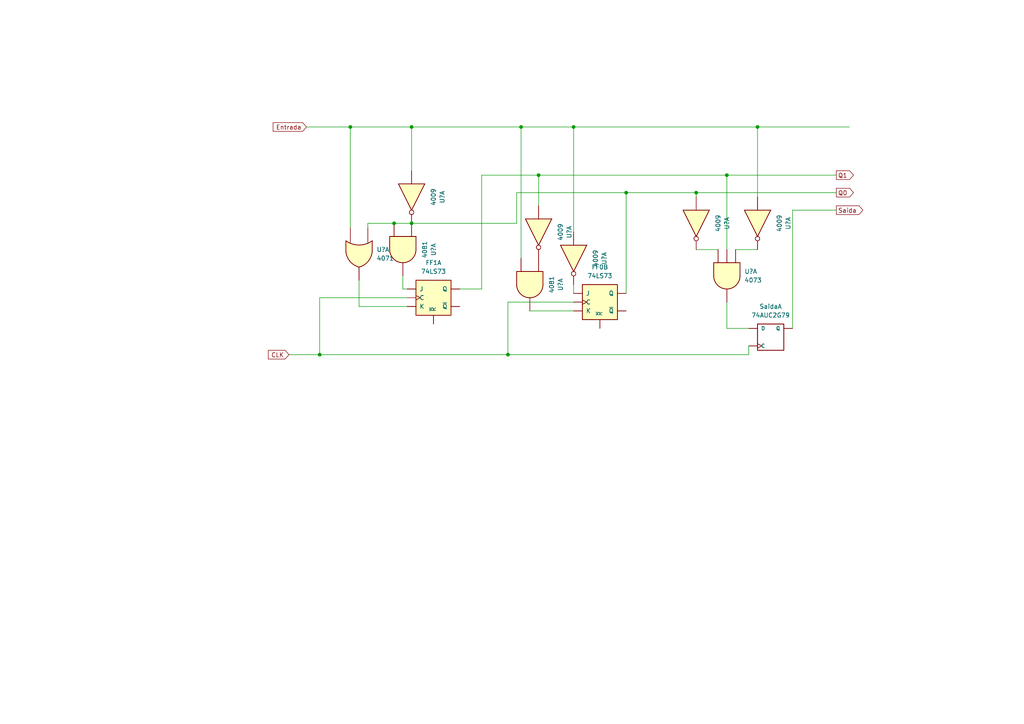
<source format=kicad_sch>
(kicad_sch (version 20211123) (generator eeschema)
  (paper "A4")
  (lib_symbols
    (symbol "4xxx:4009" (pin_numbers hide) (pin_names (offset 1.016) hide)
      (property "Reference" "U" (at 0 1.27 0))
      (property "Value" "4009" (at 0 -1.27 0))
      (symbol "4009_1_0"
        (polyline (pts (xy -3.81 3.81) (xy -3.81 -3.81) (xy 3.81 0) (xy -3.81 3.81)) (stroke (width 0.254)) (fill (type background)))
        (pin output inverted (at 7.62 0 180) (length 3.81) (name "~") (number "2"))
        (pin input line (at -7.62 0 0) (length 3.81) (name "~") (number "3"))
      )
      (symbol "4009_2_0"
        (polyline (pts (xy -3.81 3.81) (xy -3.81 -3.81) (xy 3.81 0) (xy -3.81 3.81)) (stroke (width 0.254)) (fill (type background)))
        (pin output inverted (at 7.62 0 180) (length 3.81) (name "~") (number "4"))
        (pin input line (at -7.62 0 0) (length 3.81) (name "~") (number "5"))
      )
      (symbol "4009_3_0"
        (polyline (pts (xy -3.81 3.81) (xy -3.81 -3.81) (xy 3.81 0) (xy -3.81 3.81)) (stroke (width 0.254)) (fill (type background)))
        (pin output inverted (at 7.62 0 180) (length 3.81) (name "~") (number "6"))
        (pin input line (at -7.62 0 0) (length 3.81) (name "~") (number "7"))
      )
      (symbol "4009_4_0"
        (polyline (pts (xy -3.81 3.81) (xy -3.81 -3.81) (xy 3.81 0) (xy -3.81 3.81)) (stroke (width 0.254)) (fill (type background)))
        (pin output inverted (at 7.62 0 180) (length 3.81) (name "~") (number "10"))
        (pin input line (at -7.62 0 0) (length 3.81) (name "~") (number "9"))
      )
      (symbol "4009_5_0"
        (polyline (pts (xy -3.81 3.81) (xy -3.81 -3.81) (xy 3.81 0) (xy -3.81 3.81)) (stroke (width 0.254)) (fill (type background)))
        (pin input line (at -7.62 0 0) (length 3.81) (name "~") (number "11"))
        (pin output inverted (at 7.62 0 180) (length 3.81) (name "~") (number "12"))
      )
      (symbol "4009_6_0"
        (polyline (pts (xy -3.81 3.81) (xy -3.81 -3.81) (xy 3.81 0) (xy -3.81 3.81)) (stroke (width 0.254)) (fill (type background)))
        (pin input line (at -7.62 0 0) (length 3.81) (name "~") (number "14"))
        (pin output inverted (at 7.62 0 180) (length 3.81) (name "~") (number "15"))
      )
      (symbol "4009_7_0"
        (pin power_in line (at 2.54 12.7 270) (length 5.08) (name "VCC") (number "1"))
        (pin power_in line (at -2.54 12.7 270) (length 5.08) (name "VDD") (number "16"))
        (pin power_in line (at 0 -12.7 90) (length 5.08) (name "VSS") (number "8"))
      )
      (symbol "4009_7_1"
        (rectangle (start -5.08 7.62) (end 5.08 -7.62) (stroke (width 0.254)) (fill (type background)))
      )
    )
    (symbol "4xxx:4071" (pin_numbers hide) (pin_names (offset 1.016) hide)
      (property "Reference" "U" (at 0 1.27 0))
      (property "Value" "4071" (at 0 -1.27 0))
      (symbol "4071_1_1"
        (arc (start -3.81 -3.81) (mid -2.589 0) (end -3.81 3.81) (stroke (width 0.254)))
        (arc (start -0.6096 -3.81) (mid 2.1842 -2.5851) (end 3.81 0) (stroke (width 0.254)) (fill (type background)))
        (polyline (pts (xy -3.81 -3.81) (xy -0.635 -3.81)) (stroke (width 0.254)) (fill (type background)))
        (polyline (pts (xy -3.81 3.81) (xy -0.635 3.81)) (stroke (width 0.254)) (fill (type background)))
        (polyline (pts (xy -0.635 3.81) (xy -3.81 3.81) (xy -3.81 3.81) (xy -3.556 3.4036) (xy -3.0226 2.2606) (xy -2.6924 1.0414) (xy -2.6162 -0.254) (xy -2.7686 -1.4986) (xy -3.175 -2.7178) (xy -3.81 -3.81) (xy -3.81 -3.81) (xy -0.635 -3.81)) (stroke (width -25.4)) (fill (type background)))
        (arc (start 3.81 0) (mid 2.1915 2.5936) (end -0.6096 3.81) (stroke (width 0.254)) (fill (type background)))
        (pin input line (at -7.62 2.54 0) (length 4.318) (name "~") (number "1"))
        (pin input line (at -7.62 -2.54 0) (length 4.318) (name "~") (number "2"))
        (pin output line (at 7.62 0 180) (length 3.81) (name "~") (number "3"))
      )
      (symbol "4071_1_2"
        (arc (start 0 -3.81) (mid 3.81 0) (end 0 3.81) (stroke (width 0.254)) (fill (type background)))
        (polyline (pts (xy 0 3.81) (xy -3.81 3.81) (xy -3.81 -3.81) (xy 0 -3.81)) (stroke (width 0.254)) (fill (type background)))
        (pin input inverted (at -7.62 2.54 0) (length 3.81) (name "~") (number "1"))
        (pin input inverted (at -7.62 -2.54 0) (length 3.81) (name "~") (number "2"))
        (pin output inverted (at 7.62 0 180) (length 3.81) (name "~") (number "3"))
      )
      (symbol "4071_2_1"
        (arc (start -3.81 -3.81) (mid -2.589 0) (end -3.81 3.81) (stroke (width 0.254)))
        (arc (start -0.6096 -3.81) (mid 2.1842 -2.5851) (end 3.81 0) (stroke (width 0.254)) (fill (type background)))
        (polyline (pts (xy -3.81 -3.81) (xy -0.635 -3.81)) (stroke (width 0.254)) (fill (type background)))
        (polyline (pts (xy -3.81 3.81) (xy -0.635 3.81)) (stroke (width 0.254)) (fill (type background)))
        (polyline (pts (xy -0.635 3.81) (xy -3.81 3.81) (xy -3.81 3.81) (xy -3.556 3.4036) (xy -3.0226 2.2606) (xy -2.6924 1.0414) (xy -2.6162 -0.254) (xy -2.7686 -1.4986) (xy -3.175 -2.7178) (xy -3.81 -3.81) (xy -3.81 -3.81) (xy -0.635 -3.81)) (stroke (width -25.4)) (fill (type background)))
        (arc (start 3.81 0) (mid 2.1915 2.5936) (end -0.6096 3.81) (stroke (width 0.254)) (fill (type background)))
        (pin output line (at 7.62 0 180) (length 3.81) (name "~") (number "4"))
        (pin input line (at -7.62 2.54 0) (length 4.318) (name "~") (number "5"))
        (pin input line (at -7.62 -2.54 0) (length 4.318) (name "~") (number "6"))
      )
      (symbol "4071_2_2"
        (arc (start 0 -3.81) (mid 3.81 0) (end 0 3.81) (stroke (width 0.254)) (fill (type background)))
        (polyline (pts (xy 0 3.81) (xy -3.81 3.81) (xy -3.81 -3.81) (xy 0 -3.81)) (stroke (width 0.254)) (fill (type background)))
        (pin output inverted (at 7.62 0 180) (length 3.81) (name "~") (number "4"))
        (pin input inverted (at -7.62 2.54 0) (length 3.81) (name "~") (number "5"))
        (pin input inverted (at -7.62 -2.54 0) (length 3.81) (name "~") (number "6"))
      )
      (symbol "4071_3_1"
        (arc (start -3.81 -3.81) (mid -2.589 0) (end -3.81 3.81) (stroke (width 0.254)))
        (arc (start -0.6096 -3.81) (mid 2.1842 -2.5851) (end 3.81 0) (stroke (width 0.254)) (fill (type background)))
        (polyline (pts (xy -3.81 -3.81) (xy -0.635 -3.81)) (stroke (width 0.254)) (fill (type background)))
        (polyline (pts (xy -3.81 3.81) (xy -0.635 3.81)) (stroke (width 0.254)) (fill (type background)))
        (polyline (pts (xy -0.635 3.81) (xy -3.81 3.81) (xy -3.81 3.81) (xy -3.556 3.4036) (xy -3.0226 2.2606) (xy -2.6924 1.0414) (xy -2.6162 -0.254) (xy -2.7686 -1.4986) (xy -3.175 -2.7178) (xy -3.81 -3.81) (xy -3.81 -3.81) (xy -0.635 -3.81)) (stroke (width -25.4)) (fill (type background)))
        (arc (start 3.81 0) (mid 2.1915 2.5936) (end -0.6096 3.81) (stroke (width 0.254)) (fill (type background)))
        (pin output line (at 7.62 0 180) (length 3.81) (name "~") (number "10"))
        (pin input line (at -7.62 2.54 0) (length 4.318) (name "~") (number "8"))
        (pin input line (at -7.62 -2.54 0) (length 4.318) (name "~") (number "9"))
      )
      (symbol "4071_3_2"
        (arc (start 0 -3.81) (mid 3.81 0) (end 0 3.81) (stroke (width 0.254)) (fill (type background)))
        (polyline (pts (xy 0 3.81) (xy -3.81 3.81) (xy -3.81 -3.81) (xy 0 -3.81)) (stroke (width 0.254)) (fill (type background)))
        (pin output inverted (at 7.62 0 180) (length 3.81) (name "~") (number "10"))
        (pin input inverted (at -7.62 2.54 0) (length 3.81) (name "~") (number "8"))
        (pin input inverted (at -7.62 -2.54 0) (length 3.81) (name "~") (number "9"))
      )
      (symbol "4071_4_1"
        (arc (start -3.81 -3.81) (mid -2.589 0) (end -3.81 3.81) (stroke (width 0.254)))
        (arc (start -0.6096 -3.81) (mid 2.1842 -2.5851) (end 3.81 0) (stroke (width 0.254)) (fill (type background)))
        (polyline (pts (xy -3.81 -3.81) (xy -0.635 -3.81)) (stroke (width 0.254)) (fill (type background)))
        (polyline (pts (xy -3.81 3.81) (xy -0.635 3.81)) (stroke (width 0.254)) (fill (type background)))
        (polyline (pts (xy -0.635 3.81) (xy -3.81 3.81) (xy -3.81 3.81) (xy -3.556 3.4036) (xy -3.0226 2.2606) (xy -2.6924 1.0414) (xy -2.6162 -0.254) (xy -2.7686 -1.4986) (xy -3.175 -2.7178) (xy -3.81 -3.81) (xy -3.81 -3.81) (xy -0.635 -3.81)) (stroke (width -25.4)) (fill (type background)))
        (arc (start 3.81 0) (mid 2.1915 2.5936) (end -0.6096 3.81) (stroke (width 0.254)) (fill (type background)))
        (pin output line (at 7.62 0 180) (length 3.81) (name "~") (number "11"))
        (pin input line (at -7.62 2.54 0) (length 4.318) (name "~") (number "12"))
        (pin input line (at -7.62 -2.54 0) (length 4.318) (name "~") (number "13"))
      )
      (symbol "4071_4_2"
        (arc (start 0 -3.81) (mid 3.81 0) (end 0 3.81) (stroke (width 0.254)) (fill (type background)))
        (polyline (pts (xy 0 3.81) (xy -3.81 3.81) (xy -3.81 -3.81) (xy 0 -3.81)) (stroke (width 0.254)) (fill (type background)))
        (pin output inverted (at 7.62 0 180) (length 3.81) (name "~") (number "11"))
        (pin input inverted (at -7.62 2.54 0) (length 3.81) (name "~") (number "12"))
        (pin input inverted (at -7.62 -2.54 0) (length 3.81) (name "~") (number "13"))
      )
      (symbol "4071_5_0"
        (pin power_in line (at 0 12.7 270) (length 5.08) (name "VDD") (number "14"))
        (pin power_in line (at 0 -12.7 90) (length 5.08) (name "VSS") (number "7"))
      )
      (symbol "4071_5_1"
        (rectangle (start -5.08 7.62) (end 5.08 -7.62) (stroke (width 0.254)) (fill (type background)))
      )
    )
    (symbol "4xxx:4073" (pin_numbers hide) (pin_names (offset 1.016) hide)
      (property "Reference" "U" (at 0 1.27 0))
      (property "Value" "4073" (at 0 -1.27 0))
      (symbol "4073_1_1"
        (arc (start 0 -3.81) (mid 3.81 0) (end 0 3.81) (stroke (width 0.254)) (fill (type background)))
        (polyline (pts (xy 0 3.81) (xy -3.81 3.81) (xy -3.81 -3.81) (xy 0 -3.81)) (stroke (width 0.254)) (fill (type background)))
        (pin input line (at -7.62 2.54 0) (length 3.81) (name "~") (number "1"))
        (pin input line (at -7.62 0 0) (length 3.81) (name "~") (number "2"))
        (pin input line (at -7.62 -2.54 0) (length 3.81) (name "~") (number "8"))
        (pin output line (at 7.62 0 180) (length 3.81) (name "~") (number "9"))
      )
      (symbol "4073_1_2"
        (arc (start -3.81 -3.81) (mid -2.589 0) (end -3.81 3.81) (stroke (width 0.254)))
        (arc (start -0.6096 -3.81) (mid 2.1842 -2.5851) (end 3.81 0) (stroke (width 0.254)) (fill (type background)))
        (polyline (pts (xy -3.81 -3.81) (xy -0.635 -3.81)) (stroke (width 0.254)) (fill (type background)))
        (polyline (pts (xy -3.81 3.81) (xy -0.635 3.81)) (stroke (width 0.254)) (fill (type background)))
        (polyline (pts (xy -0.635 3.81) (xy -3.81 3.81) (xy -3.81 3.81) (xy -3.556 3.4036) (xy -3.0226 2.2606) (xy -2.6924 1.0414) (xy -2.6162 -0.254) (xy -2.7686 -1.4986) (xy -3.175 -2.7178) (xy -3.81 -3.81) (xy -3.81 -3.81) (xy -0.635 -3.81)) (stroke (width -25.4)) (fill (type background)))
        (arc (start 3.81 0) (mid 2.1915 2.5936) (end -0.6096 3.81) (stroke (width 0.254)) (fill (type background)))
        (pin input inverted (at -7.62 2.54 0) (length 4.318) (name "~") (number "1"))
        (pin input inverted (at -7.62 0 0) (length 4.953) (name "~") (number "2"))
        (pin input inverted (at -7.62 -2.54 0) (length 4.318) (name "~") (number "8"))
        (pin output inverted (at 7.62 0 180) (length 3.81) (name "~") (number "9"))
      )
      (symbol "4073_2_1"
        (arc (start 0 -3.81) (mid 3.81 0) (end 0 3.81) (stroke (width 0.254)) (fill (type background)))
        (polyline (pts (xy 0 3.81) (xy -3.81 3.81) (xy -3.81 -3.81) (xy 0 -3.81)) (stroke (width 0.254)) (fill (type background)))
        (pin input line (at -7.62 2.54 0) (length 3.81) (name "~") (number "3"))
        (pin input line (at -7.62 0 0) (length 3.81) (name "~") (number "4"))
        (pin input line (at -7.62 -2.54 0) (length 3.81) (name "~") (number "5"))
        (pin output line (at 7.62 0 180) (length 3.81) (name "~") (number "6"))
      )
      (symbol "4073_2_2"
        (arc (start -3.81 -3.81) (mid -2.589 0) (end -3.81 3.81) (stroke (width 0.254)))
        (arc (start -0.6096 -3.81) (mid 2.1842 -2.5851) (end 3.81 0) (stroke (width 0.254)) (fill (type background)))
        (polyline (pts (xy -3.81 -3.81) (xy -0.635 -3.81)) (stroke (width 0.254)) (fill (type background)))
        (polyline (pts (xy -3.81 3.81) (xy -0.635 3.81)) (stroke (width 0.254)) (fill (type background)))
        (polyline (pts (xy -0.635 3.81) (xy -3.81 3.81) (xy -3.81 3.81) (xy -3.556 3.4036) (xy -3.0226 2.2606) (xy -2.6924 1.0414) (xy -2.6162 -0.254) (xy -2.7686 -1.4986) (xy -3.175 -2.7178) (xy -3.81 -3.81) (xy -3.81 -3.81) (xy -0.635 -3.81)) (stroke (width -25.4)) (fill (type background)))
        (arc (start 3.81 0) (mid 2.1915 2.5936) (end -0.6096 3.81) (stroke (width 0.254)) (fill (type background)))
        (pin input inverted (at -7.62 2.54 0) (length 4.318) (name "~") (number "3"))
        (pin input inverted (at -7.62 0 0) (length 4.953) (name "~") (number "4"))
        (pin input inverted (at -7.62 -2.54 0) (length 4.318) (name "~") (number "5"))
        (pin output inverted (at 7.62 0 180) (length 3.81) (name "~") (number "6"))
      )
      (symbol "4073_3_1"
        (arc (start 0 -3.81) (mid 3.81 0) (end 0 3.81) (stroke (width 0.254)) (fill (type background)))
        (polyline (pts (xy 0 3.81) (xy -3.81 3.81) (xy -3.81 -3.81) (xy 0 -3.81)) (stroke (width 0.254)) (fill (type background)))
        (pin output line (at 7.62 0 180) (length 3.81) (name "~") (number "10"))
        (pin input line (at -7.62 2.54 0) (length 3.81) (name "~") (number "11"))
        (pin input line (at -7.62 0 0) (length 3.81) (name "~") (number "12"))
        (pin input line (at -7.62 -2.54 0) (length 3.81) (name "~") (number "13"))
      )
      (symbol "4073_3_2"
        (arc (start -3.81 -3.81) (mid -2.589 0) (end -3.81 3.81) (stroke (width 0.254)))
        (arc (start -0.6096 -3.81) (mid 2.1842 -2.5851) (end 3.81 0) (stroke (width 0.254)) (fill (type background)))
        (polyline (pts (xy -3.81 -3.81) (xy -0.635 -3.81)) (stroke (width 0.254)) (fill (type background)))
        (polyline (pts (xy -3.81 3.81) (xy -0.635 3.81)) (stroke (width 0.254)) (fill (type background)))
        (polyline (pts (xy -0.635 3.81) (xy -3.81 3.81) (xy -3.81 3.81) (xy -3.556 3.4036) (xy -3.0226 2.2606) (xy -2.6924 1.0414) (xy -2.6162 -0.254) (xy -2.7686 -1.4986) (xy -3.175 -2.7178) (xy -3.81 -3.81) (xy -3.81 -3.81) (xy -0.635 -3.81)) (stroke (width -25.4)) (fill (type background)))
        (arc (start 3.81 0) (mid 2.1915 2.5936) (end -0.6096 3.81) (stroke (width 0.254)) (fill (type background)))
        (pin output inverted (at 7.62 0 180) (length 3.81) (name "~") (number "10"))
        (pin input inverted (at -7.62 2.54 0) (length 4.318) (name "~") (number "11"))
        (pin input inverted (at -7.62 0 0) (length 4.953) (name "~") (number "12"))
        (pin input inverted (at -7.62 -2.54 0) (length 4.318) (name "~") (number "13"))
      )
      (symbol "4073_4_0"
        (pin power_in line (at 0 12.7 270) (length 5.08) (name "VDD") (number "14"))
        (pin power_in line (at 0 -12.7 90) (length 5.08) (name "VSS") (number "7"))
      )
      (symbol "4073_4_1"
        (rectangle (start -5.08 7.62) (end 5.08 -7.62) (stroke (width 0.254)) (fill (type background)))
      )
    )
    (symbol "4xxx:4081" (pin_numbers hide) (pin_names (offset 1.016))
      (property "Reference" "U" (at 0 1.27 0))
      (property "Value" "4081" (at 0 -1.27 0))
      (symbol "4081_1_1"
        (arc (start 0 -3.81) (mid 3.81 0) (end 0 3.81) (stroke (width 0.254)) (fill (type background)))
        (polyline (pts (xy 0 3.81) (xy -3.81 3.81) (xy -3.81 -3.81) (xy 0 -3.81)) (stroke (width 0.254)) (fill (type background)))
        (pin input line (at -7.62 2.54 0) (length 3.81) (name "~") (number "1"))
        (pin input line (at -7.62 -2.54 0) (length 3.81) (name "~") (number "2"))
        (pin output line (at 7.62 0 180) (length 3.81) (name "~") (number "3"))
      )
      (symbol "4081_1_2"
        (arc (start -3.81 -3.81) (mid -2.589 0) (end -3.81 3.81) (stroke (width 0.254)))
        (arc (start -0.6096 -3.81) (mid 2.1842 -2.5851) (end 3.81 0) (stroke (width 0.254)) (fill (type background)))
        (polyline (pts (xy -3.81 -3.81) (xy -0.635 -3.81)) (stroke (width 0.254)) (fill (type background)))
        (polyline (pts (xy -3.81 3.81) (xy -0.635 3.81)) (stroke (width 0.254)) (fill (type background)))
        (polyline (pts (xy -0.635 3.81) (xy -3.81 3.81) (xy -3.81 3.81) (xy -3.556 3.4036) (xy -3.0226 2.2606) (xy -2.6924 1.0414) (xy -2.6162 -0.254) (xy -2.7686 -1.4986) (xy -3.175 -2.7178) (xy -3.81 -3.81) (xy -3.81 -3.81) (xy -0.635 -3.81)) (stroke (width -25.4)) (fill (type background)))
        (arc (start 3.81 0) (mid 2.1915 2.5936) (end -0.6096 3.81) (stroke (width 0.254)) (fill (type background)))
        (pin input inverted (at -7.62 2.54 0) (length 4.318) (name "~") (number "1"))
        (pin input inverted (at -7.62 -2.54 0) (length 4.318) (name "~") (number "2"))
        (pin output inverted (at 7.62 0 180) (length 3.81) (name "~") (number "3"))
      )
      (symbol "4081_2_1"
        (arc (start 0 -3.81) (mid 3.81 0) (end 0 3.81) (stroke (width 0.254)) (fill (type background)))
        (polyline (pts (xy 0 3.81) (xy -3.81 3.81) (xy -3.81 -3.81) (xy 0 -3.81)) (stroke (width 0.254)) (fill (type background)))
        (pin output line (at 7.62 0 180) (length 3.81) (name "~") (number "4"))
        (pin input line (at -7.62 2.54 0) (length 3.81) (name "~") (number "5"))
        (pin input line (at -7.62 -2.54 0) (length 3.81) (name "~") (number "6"))
      )
      (symbol "4081_2_2"
        (arc (start -3.81 -3.81) (mid -2.589 0) (end -3.81 3.81) (stroke (width 0.254)))
        (arc (start -0.6096 -3.81) (mid 2.1842 -2.5851) (end 3.81 0) (stroke (width 0.254)) (fill (type background)))
        (polyline (pts (xy -3.81 -3.81) (xy -0.635 -3.81)) (stroke (width 0.254)) (fill (type background)))
        (polyline (pts (xy -3.81 3.81) (xy -0.635 3.81)) (stroke (width 0.254)) (fill (type background)))
        (polyline (pts (xy -0.635 3.81) (xy -3.81 3.81) (xy -3.81 3.81) (xy -3.556 3.4036) (xy -3.0226 2.2606) (xy -2.6924 1.0414) (xy -2.6162 -0.254) (xy -2.7686 -1.4986) (xy -3.175 -2.7178) (xy -3.81 -3.81) (xy -3.81 -3.81) (xy -0.635 -3.81)) (stroke (width -25.4)) (fill (type background)))
        (arc (start 3.81 0) (mid 2.1915 2.5936) (end -0.6096 3.81) (stroke (width 0.254)) (fill (type background)))
        (pin output inverted (at 7.62 0 180) (length 3.81) (name "~") (number "4"))
        (pin input inverted (at -7.62 2.54 0) (length 4.318) (name "~") (number "5"))
        (pin input inverted (at -7.62 -2.54 0) (length 4.318) (name "~") (number "6"))
      )
      (symbol "4081_3_1"
        (arc (start 0 -3.81) (mid 3.81 0) (end 0 3.81) (stroke (width 0.254)) (fill (type background)))
        (polyline (pts (xy 0 3.81) (xy -3.81 3.81) (xy -3.81 -3.81) (xy 0 -3.81)) (stroke (width 0.254)) (fill (type background)))
        (pin output line (at 7.62 0 180) (length 3.81) (name "~") (number "10"))
        (pin input line (at -7.62 2.54 0) (length 3.81) (name "~") (number "8"))
        (pin input line (at -7.62 -2.54 0) (length 3.81) (name "~") (number "9"))
      )
      (symbol "4081_3_2"
        (arc (start -3.81 -3.81) (mid -2.589 0) (end -3.81 3.81) (stroke (width 0.254)))
        (arc (start -0.6096 -3.81) (mid 2.1842 -2.5851) (end 3.81 0) (stroke (width 0.254)) (fill (type background)))
        (polyline (pts (xy -3.81 -3.81) (xy -0.635 -3.81)) (stroke (width 0.254)) (fill (type background)))
        (polyline (pts (xy -3.81 3.81) (xy -0.635 3.81)) (stroke (width 0.254)) (fill (type background)))
        (polyline (pts (xy -0.635 3.81) (xy -3.81 3.81) (xy -3.81 3.81) (xy -3.556 3.4036) (xy -3.0226 2.2606) (xy -2.6924 1.0414) (xy -2.6162 -0.254) (xy -2.7686 -1.4986) (xy -3.175 -2.7178) (xy -3.81 -3.81) (xy -3.81 -3.81) (xy -0.635 -3.81)) (stroke (width -25.4)) (fill (type background)))
        (arc (start 3.81 0) (mid 2.1915 2.5936) (end -0.6096 3.81) (stroke (width 0.254)) (fill (type background)))
        (pin output inverted (at 7.62 0 180) (length 3.81) (name "~") (number "10"))
        (pin input inverted (at -7.62 2.54 0) (length 4.318) (name "~") (number "8"))
        (pin input inverted (at -7.62 -2.54 0) (length 4.318) (name "~") (number "9"))
      )
      (symbol "4081_4_1"
        (arc (start 0 -3.81) (mid 3.81 0) (end 0 3.81) (stroke (width 0.254)) (fill (type background)))
        (polyline (pts (xy 0 3.81) (xy -3.81 3.81) (xy -3.81 -3.81) (xy 0 -3.81)) (stroke (width 0.254)) (fill (type background)))
        (pin output line (at 7.62 0 180) (length 3.81) (name "~") (number "11"))
        (pin input line (at -7.62 2.54 0) (length 3.81) (name "~") (number "12"))
        (pin input line (at -7.62 -2.54 0) (length 3.81) (name "~") (number "13"))
      )
      (symbol "4081_4_2"
        (arc (start -3.81 -3.81) (mid -2.589 0) (end -3.81 3.81) (stroke (width 0.254)))
        (arc (start -0.6096 -3.81) (mid 2.1842 -2.5851) (end 3.81 0) (stroke (width 0.254)) (fill (type background)))
        (polyline (pts (xy -3.81 -3.81) (xy -0.635 -3.81)) (stroke (width 0.254)) (fill (type background)))
        (polyline (pts (xy -3.81 3.81) (xy -0.635 3.81)) (stroke (width 0.254)) (fill (type background)))
        (polyline (pts (xy -0.635 3.81) (xy -3.81 3.81) (xy -3.81 3.81) (xy -3.556 3.4036) (xy -3.0226 2.2606) (xy -2.6924 1.0414) (xy -2.6162 -0.254) (xy -2.7686 -1.4986) (xy -3.175 -2.7178) (xy -3.81 -3.81) (xy -3.81 -3.81) (xy -0.635 -3.81)) (stroke (width -25.4)) (fill (type background)))
        (arc (start 3.81 0) (mid 2.1915 2.5936) (end -0.6096 3.81) (stroke (width 0.254)) (fill (type background)))
        (pin output inverted (at 7.62 0 180) (length 3.81) (name "~") (number "11"))
        (pin input inverted (at -7.62 2.54 0) (length 4.318) (name "~") (number "12"))
        (pin input inverted (at -7.62 -2.54 0) (length 4.318) (name "~") (number "13"))
      )
      (symbol "4081_5_0"
        (pin power_in line (at 0 12.7 270) (length 5.08) (name "VDD") (number "14"))
        (pin power_in line (at 0 -12.7 90) (length 5.08) (name "VSS") (number "7"))
      )
      (symbol "4081_5_1"
        (rectangle (start -5.08 7.62) (end 5.08 -7.62) (stroke (width 0.254)) (fill (type background)))
      )
    )
    (symbol "74LS73_1" (pin_numbers hide) (pin_names (offset 1.016))
      (property "Reference" "U" (at -7.62 8.89 0))
      (property "Value" "74LS73_1" (at -7.62 -8.89 0))
      (symbol "74LS73_1_1_0"
        (pin input line (at -7.62 -2.54 0) (length 2.54) (name "K") (number "10"))
        (pin input clock (at -7.62 0 0) (length 2.54) (name "C") (number "5"))
        (pin input line (at 0 -7.62 90) (length 2.54) (name "~{R}") (number "6"))
        (pin input line (at -7.62 2.54 0) (length 2.54) (name "J") (number "7"))
        (pin output line (at 7.62 -2.54 180) (length 2.54) (name "~{Q}") (number "8"))
        (pin output line (at 7.62 2.54 180) (length 2.54) (name "Q") (number "9"))
      )
      (symbol "74LS73_1_1_1"
        (rectangle (start -5.08 5.08) (end 5.08 -5.08) (stroke (width 0.254)) (fill (type background)))
      )
      (symbol "74LS73_1_2_0"
        (pin input clock (at -7.62 0 0) (length 2.54) (name "C") (number "1"))
        (pin output line (at 7.62 2.54 180) (length 2.54) (name "Q") (number "12"))
        (pin output line (at 7.62 -2.54 180) (length 2.54) (name "~{Q}") (number "13"))
        (pin input line (at -7.62 2.54 0) (length 2.54) (name "J") (number "14"))
        (pin input line (at 0 -7.62 90) (length 2.54) (name "~{R}") (number "2"))
        (pin input line (at -7.62 -2.54 0) (length 2.54) (name "K") (number "3"))
      )
      (symbol "74LS73_1_2_1"
        (rectangle (start -5.08 5.08) (end 5.08 -5.08) (stroke (width 0.254)) (fill (type background)))
      )
      (symbol "74LS73_1_3_0"
        (pin power_in line (at 0 -10.16 90) (length 2.54) (name "GND") (number "11"))
        (pin power_in line (at 0 10.16 270) (length 2.54) (name "VCC") (number "4"))
      )
      (symbol "74LS73_1_3_1"
        (rectangle (start -5.08 7.62) (end 5.08 -7.62) (stroke (width 0.254)) (fill (type background)))
      )
    )
    (symbol "74xGxx:74AUC2G79" (pin_numbers hide) (pin_names (offset 1.016))
      (property "Reference" "U" (at -2.54 5.08 0))
      (property "Value" "74AUC2G79" (at 0 -5.08 0))
      (symbol "74AUC2G79_0_1"
        (rectangle (start -3.81 3.81) (end 3.81 -3.81) (stroke (width 0.254)))
        (pin power_in line (at 0 -3.81 270) (length 0) hide (name "GND") (number "4"))
        (pin power_in line (at 0 3.81 90) (length 0) hide (name "VCC") (number "8"))
      )
      (symbol "74AUC2G79_1_1"
        (pin input clock (at -6.35 -2.54 0) (length 2.54) (name "C") (number "1"))
        (pin input line (at -6.35 2.54 0) (length 2.54) (name "D") (number "2"))
        (pin output line (at 6.35 2.54 180) (length 2.54) (name "Q") (number "7"))
      )
      (symbol "74AUC2G79_2_1"
        (pin output line (at 6.35 2.54 180) (length 2.54) (name "Q") (number "3"))
        (pin input clock (at -6.35 -2.54 0) (length 2.54) (name "C") (number "5"))
        (pin input line (at -6.35 2.54 0) (length 2.54) (name "D") (number "6"))
      )
    )
    (symbol "74xx:74LS73" (pin_numbers hide) (pin_names (offset 1.016))
      (property "Reference" "U" (at -7.62 8.89 0))
      (property "Value" "74LS73" (at -7.62 -8.89 0))
      (symbol "74LS73_1_0"
        (pin input line (at -7.62 -2.54 0) (length 2.54) (name "K") (number "10"))
        (pin input clock (at -7.62 0 0) (length 2.54) (name "C") (number "5"))
        (pin input line (at 0 -7.62 90) (length 2.54) (name "~{R}") (number "6"))
        (pin input line (at -7.62 2.54 0) (length 2.54) (name "J") (number "7"))
        (pin output line (at 7.62 -2.54 180) (length 2.54) (name "~{Q}") (number "8"))
        (pin output line (at 7.62 2.54 180) (length 2.54) (name "Q") (number "9"))
      )
      (symbol "74LS73_1_1"
        (rectangle (start -5.08 5.08) (end 5.08 -5.08) (stroke (width 0.254)) (fill (type background)))
      )
      (symbol "74LS73_2_0"
        (pin input clock (at -7.62 0 0) (length 2.54) (name "C") (number "1"))
        (pin output line (at 7.62 2.54 180) (length 2.54) (name "Q") (number "12"))
        (pin output line (at 7.62 -2.54 180) (length 2.54) (name "~{Q}") (number "13"))
        (pin input line (at -7.62 2.54 0) (length 2.54) (name "J") (number "14"))
        (pin input line (at 0 -7.62 90) (length 2.54) (name "~{R}") (number "2"))
        (pin input line (at -7.62 -2.54 0) (length 2.54) (name "K") (number "3"))
      )
      (symbol "74LS73_2_1"
        (rectangle (start -5.08 5.08) (end 5.08 -5.08) (stroke (width 0.254)) (fill (type background)))
      )
      (symbol "74LS73_3_0"
        (pin power_in line (at 0 -10.16 90) (length 2.54) (name "GND") (number "11"))
        (pin power_in line (at 0 10.16 270) (length 2.54) (name "VCC") (number "4"))
      )
      (symbol "74LS73_3_1"
        (rectangle (start -5.08 7.62) (end 5.08 -7.62) (stroke (width 0.254)) (fill (type background)))
      )
    )
  )
  (junction (at 219.71 36.83))
  (junction (at 201.93 55.88))
  (junction (at 101.6 36.83))
  (junction (at 114.3 64.77))
  (junction (at 210.82 50.8))
  (junction (at 166.37 36.83))
  (junction (at 92.71 102.87))
  (junction (at 119.38 36.83))
  (junction (at 119.38 64.77))
  (junction (at 181.61 55.88))
  (junction (at 151.13 36.83))
  (junction (at 156.21 50.8))
  (junction (at 147.32 102.87))
  (wire (pts (xy 210.82 50.8) (xy 242.57 50.8)))
  (wire (pts (xy 151.13 36.83) (xy 151.13 74.93)))
  (wire (pts (xy 119.38 36.83) (xy 151.13 36.83)))
  (wire (pts (xy 101.6 36.83) (xy 119.38 36.83)))
  (wire (pts (xy 139.7 83.82) (xy 139.7 50.8)))
  (wire (pts (xy 219.71 36.83) (xy 219.71 57.15)))
  (wire (pts (xy 104.14 81.28) (xy 104.14 88.9)))
  (wire (pts (xy 156.21 50.8) (xy 210.82 50.8)))
  (wire (pts (xy 118.11 86.36) (xy 92.71 86.36)))
  (wire (pts (xy 116.84 83.82) (xy 118.11 83.82)))
  (wire (pts (xy 92.71 102.87) (xy 147.32 102.87)))
  (wire (pts (xy 147.32 102.87) (xy 217.17 102.87)))
  (wire (pts (xy 229.87 95.25) (xy 229.87 60.96)))
  (wire (pts (xy 104.14 88.9) (xy 118.11 88.9)))
  (wire (pts (xy 116.84 80.01) (xy 116.84 83.82)))
  (wire (pts (xy 153.67 90.17) (xy 166.37 90.17)))
  (wire (pts (xy 92.71 102.87) (xy 83.82 102.87)))
  (wire (pts (xy 166.37 36.83) (xy 219.71 36.83)))
  (wire (pts (xy 88.9 36.83) (xy 101.6 36.83)))
  (wire (pts (xy 166.37 82.55) (xy 166.37 85.09)))
  (wire (pts (xy 181.61 55.88) (xy 201.93 55.88)))
  (wire (pts (xy 114.3 64.77) (xy 119.38 64.77)))
  (wire (pts (xy 210.82 95.25) (xy 217.17 95.25)))
  (wire (pts (xy 119.38 64.77) (xy 149.86 64.77)))
  (wire (pts (xy 219.71 36.83) (xy 246.38 36.83)))
  (wire (pts (xy 166.37 36.83) (xy 166.37 67.31)))
  (wire (pts (xy 210.82 50.8) (xy 210.82 72.39)))
  (wire (pts (xy 219.71 72.39) (xy 213.36 72.39)))
  (wire (pts (xy 101.6 36.83) (xy 101.6 66.04)))
  (wire (pts (xy 201.93 55.88) (xy 242.57 55.88)))
  (wire (pts (xy 156.21 50.8) (xy 156.21 59.69)))
  (wire (pts (xy 139.7 50.8) (xy 156.21 50.8)))
  (wire (pts (xy 133.35 83.82) (xy 139.7 83.82)))
  (wire (pts (xy 149.86 64.77) (xy 149.86 55.88)))
  (wire (pts (xy 201.93 72.39) (xy 208.28 72.39)))
  (wire (pts (xy 181.61 55.88) (xy 181.61 85.09)))
  (wire (pts (xy 229.87 60.96) (xy 242.57 60.96)))
  (wire (pts (xy 210.82 87.63) (xy 210.82 95.25)))
  (wire (pts (xy 166.37 87.63) (xy 147.32 87.63)))
  (wire (pts (xy 217.17 102.87) (xy 217.17 100.33)))
  (wire (pts (xy 149.86 55.88) (xy 181.61 55.88)))
  (wire (pts (xy 119.38 36.83) (xy 119.38 49.53)))
  (wire (pts (xy 106.68 64.77) (xy 106.68 66.04)))
  (wire (pts (xy 147.32 87.63) (xy 147.32 102.87)))
  (wire (pts (xy 151.13 36.83) (xy 166.37 36.83)))
  (wire (pts (xy 114.3 64.77) (xy 106.68 64.77)))
  (wire (pts (xy 92.71 86.36) (xy 92.71 102.87)))
  (wire (pts (xy 201.93 55.88) (xy 201.93 57.15)))
  (global_label "CLK" (shape input) (at 83.82 102.87 180) (property "Intersheet References" "${INTERSHEET_REFS}" (effects hide)))
  (global_label "Entrada" (shape input) (at 88.9 36.83 180) (property "Intersheet References" "${INTERSHEET_REFS}" (effects hide)))
  (global_label "Q0" (shape output) (at 242.57 55.88 0) (property "Intersheet References" "${INTERSHEET_REFS}" (effects hide)))
  (global_label "Saída" (shape output) (at 242.57 60.96 0) (property "Intersheet References" "${INTERSHEET_REFS}" (effects hide)))
  (global_label "Q1" (shape output) (at 242.57 50.8 0) (property "Intersheet References" "${INTERSHEET_REFS}" (effects hide)))
  (symbol (lib_id "74xx:74LS73") (at 173.99 87.63 0) (unit 2)
    (property "Reference" "FF0" (at 173.99 77.47 0))
    (property "Value" "74LS73" (at 173.99 80.01 0))
    (property "Datasheet" "http://www.ti.com/lit/gpn/sn74LS73" (effects hide))
  )
  (symbol (lib_id "74xGxx:74AUC2G79") (at 223.52 97.79 0) (unit 1)
    (property "Reference" "Saida" (at 223.52 88.9 0))
    (property "Value" "74AUC2G79" (at 223.52 91.44 0))
    (property "Datasheet" "http://www.ti.com/lit/sg/scyt129e/scyt129e.pdf" (effects hide))
  )
  (symbol (lib_id "4xxx:4081") (at 116.84 72.39 270) (unit 1)
    (property "Reference" "U?" (at 125.73 72.39 0))
    (property "Value" "4081" (at 123.19 72.39 0))
    (property "Datasheet" "http://www.intersil.com/content/dam/Intersil/documents/cd40/cd4073bms-81bms-82bms.pdf" (effects hide))
  )
  (symbol (lib_id "4xxx:4009") (at 119.38 57.15 270) (unit 1)
    (property "Reference" "U?" (at 128.27 57.15 0))
    (property "Value" "4009" (at 125.73 57.15 0))
    (property "Datasheet" "http://www.sycelectronica.com.ar/semiconductores/CD4009.pdf" (effects hide))
  )
  (symbol (lib_id "4xxx:4073") (at 210.82 80.01 270) (unit 1)
    (property "Reference" "U?" (at 215.9 78.7399 90) (effects (justify left)))
    (property "Value" "4073" (at 215.9 81.2799 90) (effects (justify left)))
    (property "Datasheet" "http://www.intersil.com/content/dam/Intersil/documents/cd40/cd4073bms-81bms-82bms.pdf" (effects hide))
  )
  (symbol (lib_name "74LS73_1") (lib_id "74xx:74LS73") (at 125.73 86.36 0) (unit 1)
    (property "Reference" "FF1" (at 125.73 76.2 0))
    (property "Value" "74LS73" (at 125.73 78.74 0))
    (property "Datasheet" "http://www.ti.com/lit/gpn/sn74LS73" (effects hide))
  )
  (symbol (lib_id "4xxx:4081") (at 153.67 82.55 270) (unit 1)
    (property "Reference" "U?" (at 162.56 82.55 0))
    (property "Value" "4081" (at 160.02 82.55 0))
    (property "Datasheet" "http://www.intersil.com/content/dam/Intersil/documents/cd40/cd4073bms-81bms-82bms.pdf" (effects hide))
  )
  (symbol (lib_id "4xxx:4009") (at 156.21 67.31 270) (unit 1)
    (property "Reference" "U?" (at 165.1 67.31 0))
    (property "Value" "4009" (at 162.56 67.31 0))
    (property "Datasheet" "http://www.sycelectronica.com.ar/semiconductores/CD4009.pdf" (effects hide))
  )
  (symbol (lib_id "4xxx:4071") (at 104.14 73.66 270) (unit 1)
    (property "Reference" "U?" (at 109.22 72.3899 90) (effects (justify left)))
    (property "Value" "4071" (at 109.22 74.9299 90) (effects (justify left)))
    (property "Datasheet" "http://www.intersil.com/content/dam/Intersil/documents/cd40/cd4071bms-72bms-75bms.pdf" (effects hide))
  )
  (symbol (lib_id "4xxx:4009") (at 201.93 64.77 270) (unit 1)
    (property "Reference" "U?" (at 210.82 64.77 0))
    (property "Value" "4009" (at 208.28 64.77 0))
    (property "Datasheet" "http://www.sycelectronica.com.ar/semiconductores/CD4009.pdf" (effects hide))
  )
  (symbol (lib_id "4xxx:4009") (at 166.37 74.93 270) (unit 1)
    (property "Reference" "U?" (at 175.26 74.93 0))
    (property "Value" "4009" (at 172.72 74.93 0))
    (property "Datasheet" "http://www.sycelectronica.com.ar/semiconductores/CD4009.pdf" (effects hide))
  )
  (symbol (lib_id "4xxx:4009") (at 219.71 64.77 270) (unit 1)
    (property "Reference" "U?" (at 228.6 64.77 0))
    (property "Value" "4009" (at 226.06 64.77 0))
    (property "Datasheet" "http://www.sycelectronica.com.ar/semiconductores/CD4009.pdf" (effects hide))
  )
)
</source>
